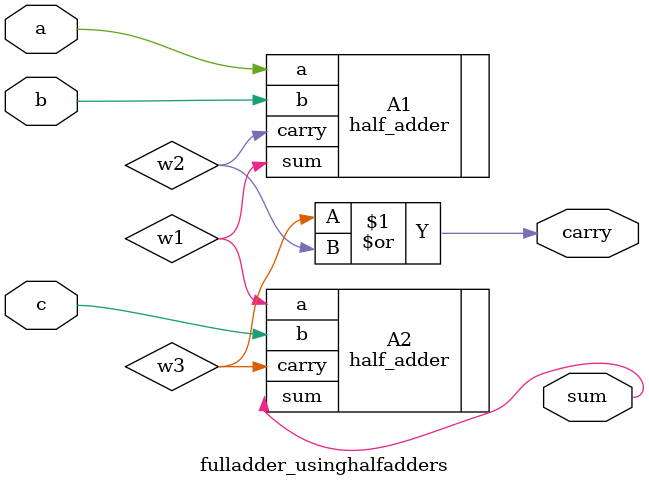
<source format=v>
`timescale 1ns / 1ps


// Full Adder Using Two Half Adders
module fulladder_usinghalfadders(input a, b, c, output sum, carry);
  wire w1, w2, w3;

  // Instantiate two half adders
  half_adder A1 (.a(a), .b(b), .sum(w1), .carry(w2));
  half_adder A2 (.a(w1), .b(c), .sum(sum), .carry(w3));

  // OR gate for carry out
  or O1(carry, w3, w2);
endmodule











</source>
